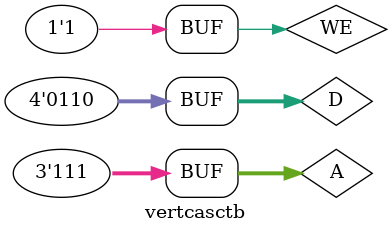
<source format=v>

`timescale 1ns / 1ps

module vertcasctb;

	// Inputs
	reg WE;	reg [2:0] A;	reg [3:0] D;
	// Outputs
	wire [3:0] Q;

	// Instantiate the Unit Under Test (UUT)
	vertcasc uut (
		.WE(WE), 
		.A(A), 
		.D(D), 
		.Q(Q)
	);

	initial begin
		// Initialize Inputs
		WE = 0;
		//EN = 0;
		A = 0;
		D = 0;

		// Wait 100 ns for global reset to finish
		#200;
      repeat(7)
		begin
			A = A + 1;
			#20;
			D = D + 1;
			#100;
		end
		WE = 1;
		#20;
		A = 0;
		#100;
		repeat(7)
		begin
			A = A + 1;
			D = A - 1;
			#100;
		end
		//EN = 1;
		//#100;

	end
      
endmodule


</source>
